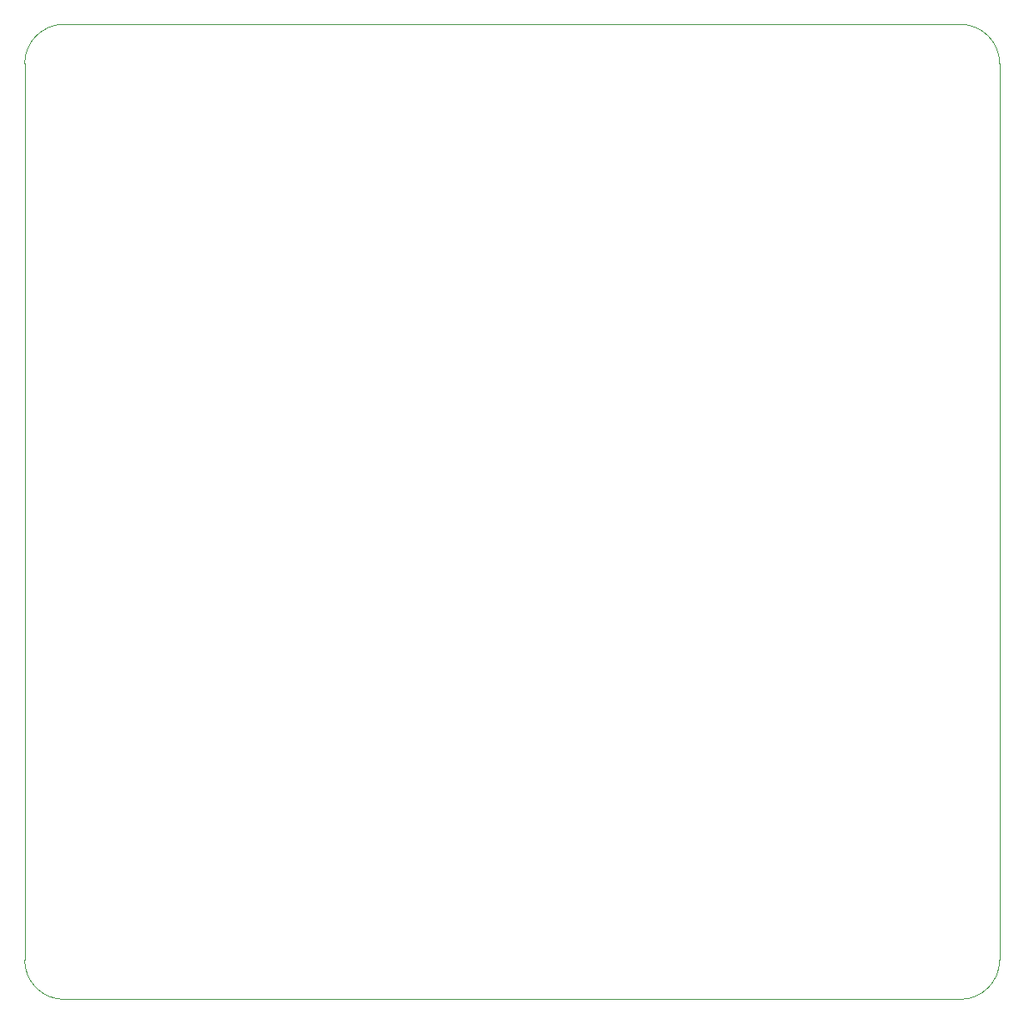
<source format=gbr>
%TF.GenerationSoftware,KiCad,Pcbnew,(5.1.6)-1*%
%TF.CreationDate,2020-10-05T18:02:00+02:00*%
%TF.ProjectId,KOSMO Mega Drone,4b4f534d-4f20-44d6-9567-612044726f6e,rev?*%
%TF.SameCoordinates,Original*%
%TF.FileFunction,Profile,NP*%
%FSLAX46Y46*%
G04 Gerber Fmt 4.6, Leading zero omitted, Abs format (unit mm)*
G04 Created by KiCad (PCBNEW (5.1.6)-1) date 2020-10-05 18:02:00*
%MOMM*%
%LPD*%
G01*
G04 APERTURE LIST*
%TA.AperFunction,Profile*%
%ADD10C,0.050000*%
%TD*%
G04 APERTURE END LIST*
D10*
X64000000Y-117000000D02*
G75*
G02*
X60000000Y-113000000I0J4000000D01*
G01*
X60000000Y-22000000D02*
G75*
G02*
X64000000Y-18000000I4000000J0D01*
G01*
X155000000Y-18000000D02*
G75*
G02*
X159000000Y-22000000I0J-4000000D01*
G01*
X159000000Y-113000000D02*
G75*
G02*
X155000000Y-117000000I-4000000J0D01*
G01*
X60000000Y-113000000D02*
X60000000Y-22000000D01*
X155000000Y-117000000D02*
X64000000Y-117000000D01*
X159000000Y-22000000D02*
X159000000Y-113000000D01*
X64000000Y-18000000D02*
X155000000Y-18000000D01*
M02*

</source>
